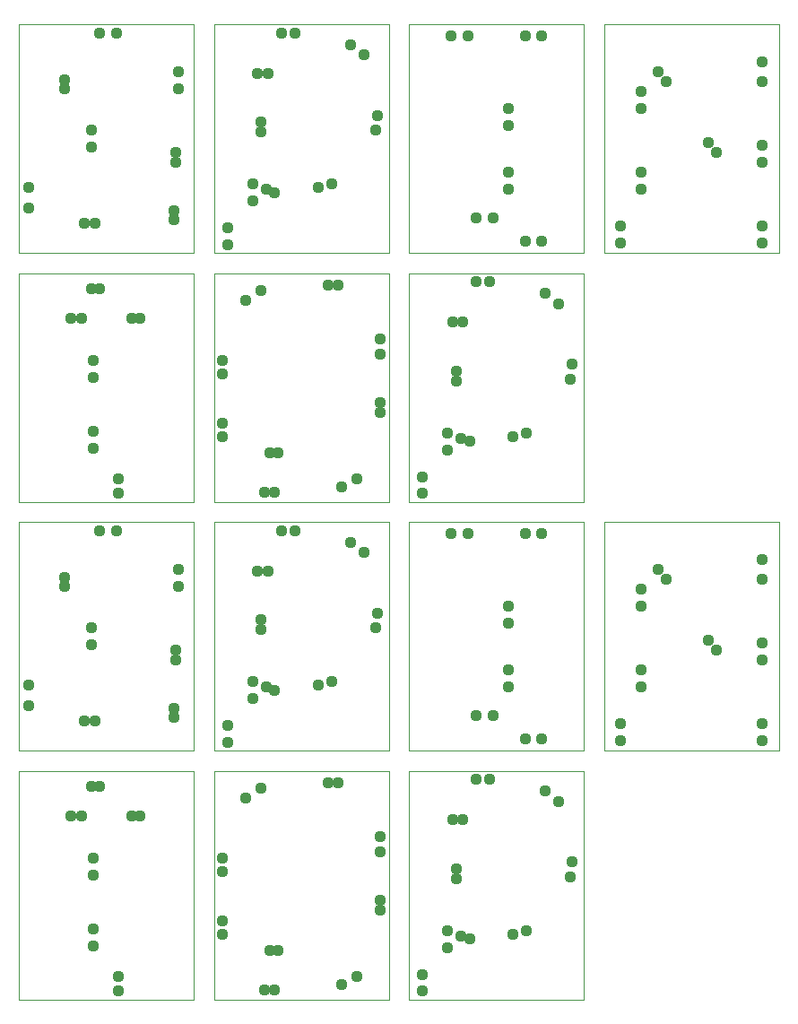
<source format=gbs>
G75*
G70*
%OFA0B0*%
%FSLAX25Y25*%
%IPPOS*%
%LPD*%
%AMOC8*
5,1,8,0,0,1.08239X$1,22.5*
%
%ADD12C,0.04370*%
%ADD17C,0.00000*%
X0010000Y0010000D02*
G75*
%LPD*%
D17*
X0010000Y0010000D02*
X0010000Y0095000D01*
X0075000Y0095000D01*
X0075000Y0010000D01*
X0010000Y0010000D01*
D12*
X0037500Y0030000D03*
X0037500Y0036250D03*
X0046870Y0018750D03*
X0046870Y0013120D03*
X0037500Y0056250D03*
X0037500Y0062500D03*
X0033120Y0078120D03*
X0029370Y0078120D03*
X0036870Y0089370D03*
X0040000Y0089370D03*
X0051870Y0078120D03*
X0055000Y0078120D03*
X0082500Y0010000D02*
G75*
%LPD*%
D17*
X0082500Y0010000D02*
X0082500Y0095000D01*
X0147500Y0095000D01*
X0147500Y0010000D01*
X0082500Y0010000D01*
D12*
X0101250Y0013750D03*
X0105000Y0013750D03*
X0106250Y0028120D03*
X0103120Y0028120D03*
X0085620Y0034370D03*
X0085620Y0039370D03*
X0085620Y0057500D03*
X0085620Y0062500D03*
X0094370Y0085000D03*
X0100000Y0088750D03*
X0125000Y0090620D03*
X0128750Y0090620D03*
X0144370Y0070620D03*
X0144370Y0065000D03*
X0144370Y0046870D03*
X0144370Y0043120D03*
X0135620Y0018750D03*
X0130000Y0015620D03*
X0155000Y0010000D02*
G75*
%LPD*%
D17*
X0155000Y0010000D02*
X0155000Y0095000D01*
X0220000Y0095000D01*
X0220000Y0010000D01*
X0155000Y0010000D01*
D12*
X0160000Y0013120D03*
X0160000Y0019370D03*
X0169370Y0029370D03*
X0174370Y0033750D03*
X0177500Y0032500D03*
X0169370Y0035620D03*
X0172500Y0055000D03*
X0172500Y0058750D03*
X0171250Y0076870D03*
X0175000Y0076870D03*
X0180000Y0091870D03*
X0185000Y0091870D03*
X0205620Y0087500D03*
X0210620Y0083750D03*
X0215620Y0061250D03*
X0215000Y0055620D03*
X0198750Y0035620D03*
X0193750Y0034370D03*
X0010000Y0102500D02*
G75*
%LPD*%
D17*
X0010000Y0102500D02*
X0010000Y0187500D01*
X0075000Y0187500D01*
X0075000Y0102500D01*
X0010000Y0102500D01*
D12*
X0013750Y0119370D03*
X0013750Y0126870D03*
X0034370Y0113750D03*
X0038120Y0113750D03*
X0036870Y0141870D03*
X0036870Y0148120D03*
X0026870Y0163750D03*
X0026870Y0166870D03*
X0040000Y0184370D03*
X0046250Y0184370D03*
X0069370Y0170000D03*
X0069370Y0163750D03*
X0068120Y0140000D03*
X0068120Y0136250D03*
X0067500Y0118120D03*
X0067500Y0115000D03*
X0082500Y0102500D02*
G75*
%LPD*%
D17*
X0082500Y0102500D02*
X0082500Y0187500D01*
X0147500Y0187500D01*
X0147500Y0102500D01*
X0082500Y0102500D01*
D12*
X0087500Y0105620D03*
X0087500Y0111870D03*
X0096870Y0121870D03*
X0101870Y0126250D03*
X0105000Y0125000D03*
X0096870Y0128120D03*
X0100000Y0147500D03*
X0100000Y0151250D03*
X0098750Y0169370D03*
X0102500Y0169370D03*
X0107500Y0184370D03*
X0112500Y0184370D03*
X0133120Y0180000D03*
X0138120Y0176250D03*
X0143120Y0153750D03*
X0142500Y0148120D03*
X0126250Y0128120D03*
X0121250Y0126870D03*
X0155000Y0102500D02*
G75*
%LPD*%
D17*
X0155000Y0102500D02*
X0155000Y0187500D01*
X0220000Y0187500D01*
X0220000Y0102500D01*
X0155000Y0102500D01*
D12*
X0180000Y0115620D03*
X0186250Y0115620D03*
X0191870Y0126250D03*
X0191870Y0132500D03*
X0191870Y0150000D03*
X0191870Y0156250D03*
X0198120Y0183120D03*
X0204370Y0183120D03*
X0176870Y0183120D03*
X0170620Y0183120D03*
X0198120Y0106870D03*
X0204370Y0106870D03*
X0227500Y0102500D02*
G75*
%LPD*%
D17*
X0227500Y0102500D02*
X0227500Y0187500D01*
X0292500Y0187500D01*
X0292500Y0102500D01*
X0227500Y0102500D01*
D12*
X0233750Y0106250D03*
X0233750Y0112500D03*
X0241250Y0126250D03*
X0241250Y0132500D03*
X0241250Y0156250D03*
X0241250Y0162500D03*
X0247500Y0170000D03*
X0250620Y0166250D03*
X0266250Y0143750D03*
X0269370Y0140000D03*
X0286250Y0142500D03*
X0286250Y0136250D03*
X0286250Y0112500D03*
X0286250Y0106250D03*
X0286250Y0166250D03*
X0286250Y0173750D03*
X0010000Y0195000D02*
G75*
%LPD*%
D17*
X0010000Y0195000D02*
X0010000Y0280000D01*
X0075000Y0280000D01*
X0075000Y0195000D01*
X0010000Y0195000D01*
D12*
X0037500Y0215000D03*
X0037500Y0221250D03*
X0046870Y0203750D03*
X0046870Y0198120D03*
X0037500Y0241250D03*
X0037500Y0247500D03*
X0033120Y0263120D03*
X0029370Y0263120D03*
X0036870Y0274370D03*
X0040000Y0274370D03*
X0051870Y0263120D03*
X0055000Y0263120D03*
X0082500Y0195000D02*
G75*
%LPD*%
D17*
X0082500Y0195000D02*
X0082500Y0280000D01*
X0147500Y0280000D01*
X0147500Y0195000D01*
X0082500Y0195000D01*
D12*
X0101250Y0198750D03*
X0105000Y0198750D03*
X0106250Y0213120D03*
X0103120Y0213120D03*
X0085620Y0219370D03*
X0085620Y0224370D03*
X0085620Y0242500D03*
X0085620Y0247500D03*
X0094370Y0270000D03*
X0100000Y0273750D03*
X0125000Y0275620D03*
X0128750Y0275620D03*
X0144370Y0255620D03*
X0144370Y0250000D03*
X0144370Y0231870D03*
X0144370Y0228120D03*
X0135620Y0203750D03*
X0130000Y0200620D03*
X0155000Y0195000D02*
G75*
%LPD*%
D17*
X0155000Y0195000D02*
X0155000Y0280000D01*
X0220000Y0280000D01*
X0220000Y0195000D01*
X0155000Y0195000D01*
D12*
X0160000Y0198120D03*
X0160000Y0204370D03*
X0169370Y0214370D03*
X0174370Y0218750D03*
X0177500Y0217500D03*
X0169370Y0220620D03*
X0172500Y0240000D03*
X0172500Y0243750D03*
X0171250Y0261870D03*
X0175000Y0261870D03*
X0180000Y0276870D03*
X0185000Y0276870D03*
X0205620Y0272500D03*
X0210620Y0268750D03*
X0215620Y0246250D03*
X0215000Y0240620D03*
X0198750Y0220620D03*
X0193750Y0219370D03*
X0010000Y0287500D02*
G75*
%LPD*%
D17*
X0010000Y0287500D02*
X0010000Y0372500D01*
X0075000Y0372500D01*
X0075000Y0287500D01*
X0010000Y0287500D01*
D12*
X0013750Y0304370D03*
X0013750Y0311870D03*
X0034370Y0298750D03*
X0038120Y0298750D03*
X0036870Y0326870D03*
X0036870Y0333120D03*
X0026870Y0348750D03*
X0026870Y0351870D03*
X0040000Y0369370D03*
X0046250Y0369370D03*
X0069370Y0355000D03*
X0069370Y0348750D03*
X0068120Y0325000D03*
X0068120Y0321250D03*
X0067500Y0303120D03*
X0067500Y0300000D03*
X0082500Y0287500D02*
G75*
%LPD*%
D17*
X0082500Y0287500D02*
X0082500Y0372500D01*
X0147500Y0372500D01*
X0147500Y0287500D01*
X0082500Y0287500D01*
D12*
X0087500Y0290620D03*
X0087500Y0296870D03*
X0096870Y0306870D03*
X0101870Y0311250D03*
X0105000Y0310000D03*
X0096870Y0313120D03*
X0100000Y0332500D03*
X0100000Y0336250D03*
X0098750Y0354370D03*
X0102500Y0354370D03*
X0107500Y0369370D03*
X0112500Y0369370D03*
X0133120Y0365000D03*
X0138120Y0361250D03*
X0143120Y0338750D03*
X0142500Y0333120D03*
X0126250Y0313120D03*
X0121250Y0311870D03*
X0155000Y0287500D02*
G75*
%LPD*%
D17*
X0155000Y0287500D02*
X0155000Y0372500D01*
X0220000Y0372500D01*
X0220000Y0287500D01*
X0155000Y0287500D01*
D12*
X0180000Y0300620D03*
X0186250Y0300620D03*
X0191870Y0311250D03*
X0191870Y0317500D03*
X0191870Y0335000D03*
X0191870Y0341250D03*
X0198120Y0368120D03*
X0204370Y0368120D03*
X0176870Y0368120D03*
X0170620Y0368120D03*
X0198120Y0291870D03*
X0204370Y0291870D03*
X0227500Y0287500D02*
G75*
%LPD*%
D17*
X0227500Y0287500D02*
X0227500Y0372500D01*
X0292500Y0372500D01*
X0292500Y0287500D01*
X0227500Y0287500D01*
D12*
X0233750Y0291250D03*
X0233750Y0297500D03*
X0241250Y0311250D03*
X0241250Y0317500D03*
X0241250Y0341250D03*
X0241250Y0347500D03*
X0247500Y0355000D03*
X0250620Y0351250D03*
X0266250Y0328750D03*
X0269370Y0325000D03*
X0286250Y0327500D03*
X0286250Y0321250D03*
X0286250Y0297500D03*
X0286250Y0291250D03*
X0286250Y0351250D03*
X0286250Y0358750D03*
M02*

</source>
